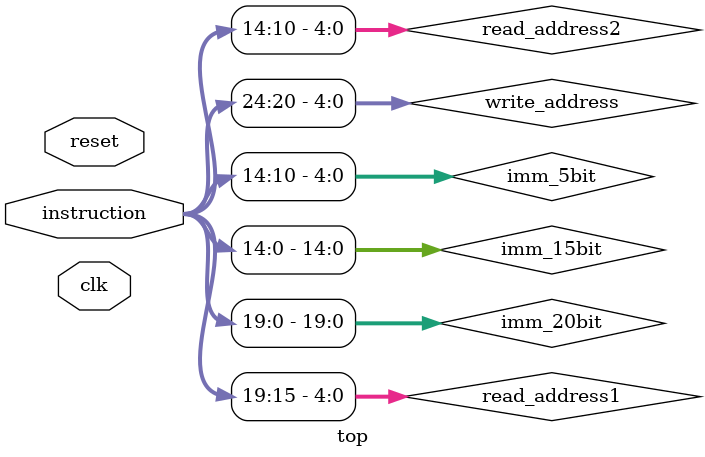
<source format=v>
`include "controller.v"
`include "p3_top.v"

module top (instruction, clk, reset);
  parameter DataSize = 32;
  parameter AddrSize = 5;

  // top
  input [DataSize-1:0]instruction;
  input clk;
  input reset;
  
  // controller
  wire enable_execute;
  wire enable_fetch;
  wire enable_writeback;
  wire [5:0]opcode;
  wire [4:0]sub_opcode;
  wire [1:0]mux4to1_select;
  wire writeback_select;
  wire imm_reg_select;
  wire [31:0] PC;
  
  /* p3_top */
  // regfile
  wire [AddrSize-1:0]read_address1 = instruction[19:15];
  wire [AddrSize-1:0]read_address2 = instruction[14:10];
  wire [AddrSize-1:0]write_address = instruction[24:20];
  //imm_sel
  wire [4:0]imm_5bit = instruction[14:10];
  wire [14:0]imm_15bit = instruction[14:0];
  wire [19:0]imm_20bit = instruction[19:0];
  // alu
  wire alu_overflow;

  controller conrtoller1 (
    .enable_execute(enable_execute),
    .enable_fetch(enable_fetch),
    .enable_writeback(enable_writeback),
    .opcode(opcode),
    .sub_opcode(sub_opcode),
    .mux4to1_select(mux4to1_select),
    .writeback_select(writeback_select),
    .imm_reg_select(imm_reg_select),
    .clock(clk),
    .reset(reset),
    .PC(PC),
    .ir(instruction));

  p3_top p3 (
    .clk(clk),
    .rst(reset),
    .read_address1(read_address1),
    .read_address2(read_address2),
    .write_address(write_address),
    .enable_fetch(enable_fetch),
    .enable_writeback(enable_writeback),
    .imm_5bit(imm_5bit),
    .imm_15bit(imm_15bit),
    .imm_20bit(imm_20bit),
    .mux4to1_select(mux4to1_select),
    .mux2to1_select(writeback_select),
    .imm_reg_select(imm_reg_select),
    .enable_execute(enable_execute),
    .opcode(opcode),
    .sub_opcode(sub_opcode),
    .alu_overflow(alu_overflow));

endmodule

</source>
